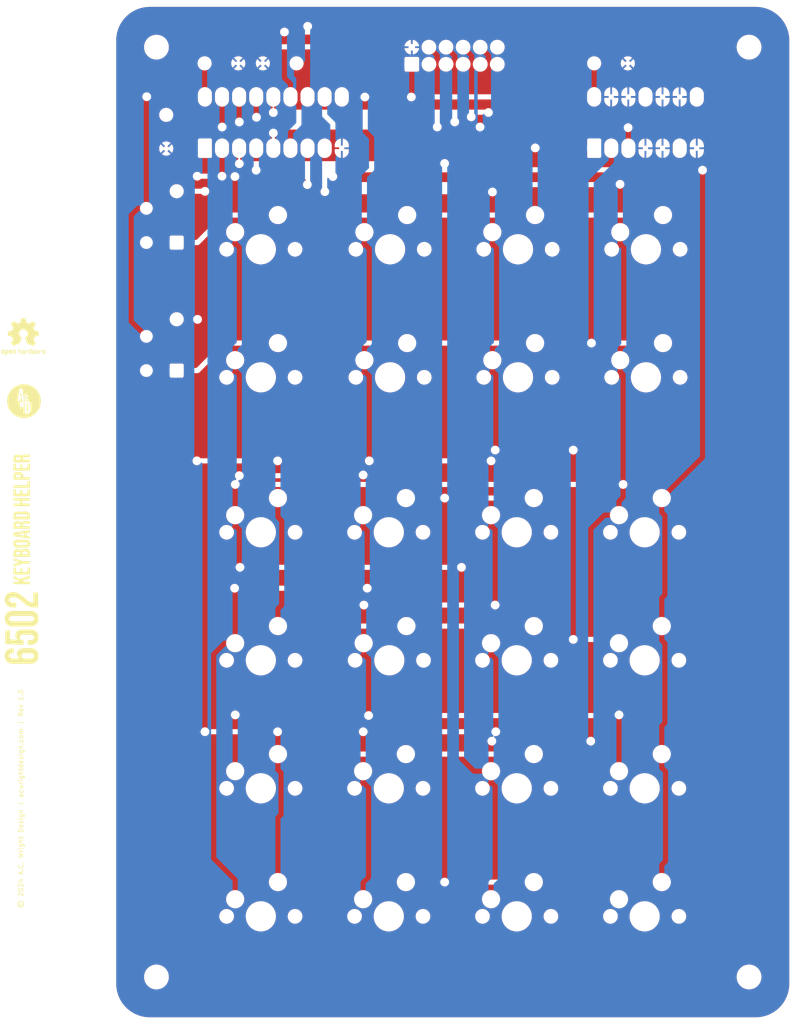
<source format=kicad_pcb>
(kicad_pcb (version 20241229) (generator "pcbnew") (generator_version "9.0")
  (title_block (title "6502 Keyboard Helper") (date "2025-09-26") (rev "1.0") (company "A.C. Wright Design"))
  (layers (0 "F.Cu" signal "Top") (2 "B.Cu" signal "Bottom") (13 "F.Paste" user) (15 "B.Paste" user) (5 "F.SilkS" user "F.Silkscreen") (7 "B.SilkS" user "B.Silkscreen") (1 "F.Mask" user) (3 "B.Mask" user) (25 "Edge.Cuts" user))
  (net 0 "")
  (net 1 "GND")
  (footprint "Symbol:OSHW-Logo2_7.3x6mm_SilkScreen" (layer "F.Cu") (at 21.14 82.6)
    (property "Reference" "REF**" (hide yes))
    (property "Value" "OSHW-Logo2_7.3x6mm_SilkScreen" (hide yes))
  )
  (footprint "A.C. Wright Logo:A.C. Wright Logo 5mm" (layer "F.Cu") (at 21.23 92.14)
    (property "Reference" "G***" (hide yes))
    (property "Value" "LOGO" (hide yes))
  )
  (footprint "MountingHole:MountingHole_3.2mm_M3" (layer "F.Cu") (at 21.14 72.5)
    (property "Reference" "H4" (hide yes))
    (property "Value" "MountingHole" (hide yes))
    (pad "" np_thru_hole circle (at 0 0) (size 3.2 3.2) (drill 3.2) (layers "*.Cu" "*.Mask"))
  )
  (footprint "6502 Logos:6502 Keyboard Helper 5mm" (layer "F.Cu") (at 20.879947 111.133266 90)
    (property "Reference" "G***" (hide yes))
    (property "Value" "LOGO" (hide yes))
  )
  (footprint "MountingHole:MountingHole_3.2mm_M3" (layer "F.Cu") (at 21.54 39.13)
    (property "Reference" "H1" (hide yes))
    (property "Value" "MountingHole" (hide yes))
    (pad "" np_thru_hole circle (at 0 0) (size 3.2 3.2) (drill 3.2) (layers "*.Cu" "*.Mask"))
  )
  (footprint "MountingHole:MountingHole_3.2mm_M3" (layer "F.Cu") (at 21.33 50.77)
    (property "Reference" "H2" (hide yes))
    (property "Value" "MountingHole" (hide yes))
    (pad "" np_thru_hole circle (at 0 0) (size 3.2 3.2) (drill 3.2) (layers "*.Cu" "*.Mask"))
  )
  (footprint "MountingHole:MountingHole_3.2mm_M3" (layer "F.Cu") (at 21.35 62)
    (property "Reference" "H3" (hide yes))
    (property "Value" "MountingHole" (hide yes))
    (pad "" np_thru_hole circle (at 0 0) (size 3.2 3.2) (drill 3.2) (layers "*.Cu" "*.Mask"))
  )
  (gr_text "© 2024 A.C. Wright Design | acwrightdesign.com | Rev 1.0" (at 20.76 151.18 90) (layer "F.SilkS") (effects (font (size 0.7 0.7) (thickness 0.1))))
  (zone (net 1) (net_name "GND") (layer "F.Cu") (connect_pads (clearance 0.254)) (min_thickness 0.254) (fill yes (thermal_gap 0.254) (thermal_bridge_width 0.254))
    (polygon (pts (xy 135.9011 184.6136) (xy 33.9011 184.6136) (xy 33.9011 32.6136) (xy 135.9011 32.6136)))
  )
  (zone (net 1) (net_name "GND") (layer "B.Cu") (connect_pads (clearance 0.254)) (min_thickness 0.254) (fill yes (thermal_gap 0.254) (thermal_bridge_width 0.254))
    (polygon (pts (xy 135.9011 184.6136) (xy 33.9011 184.6136) (xy 33.9011 32.6136) (xy 135.9011 32.6136)))
  )
)
</source>
